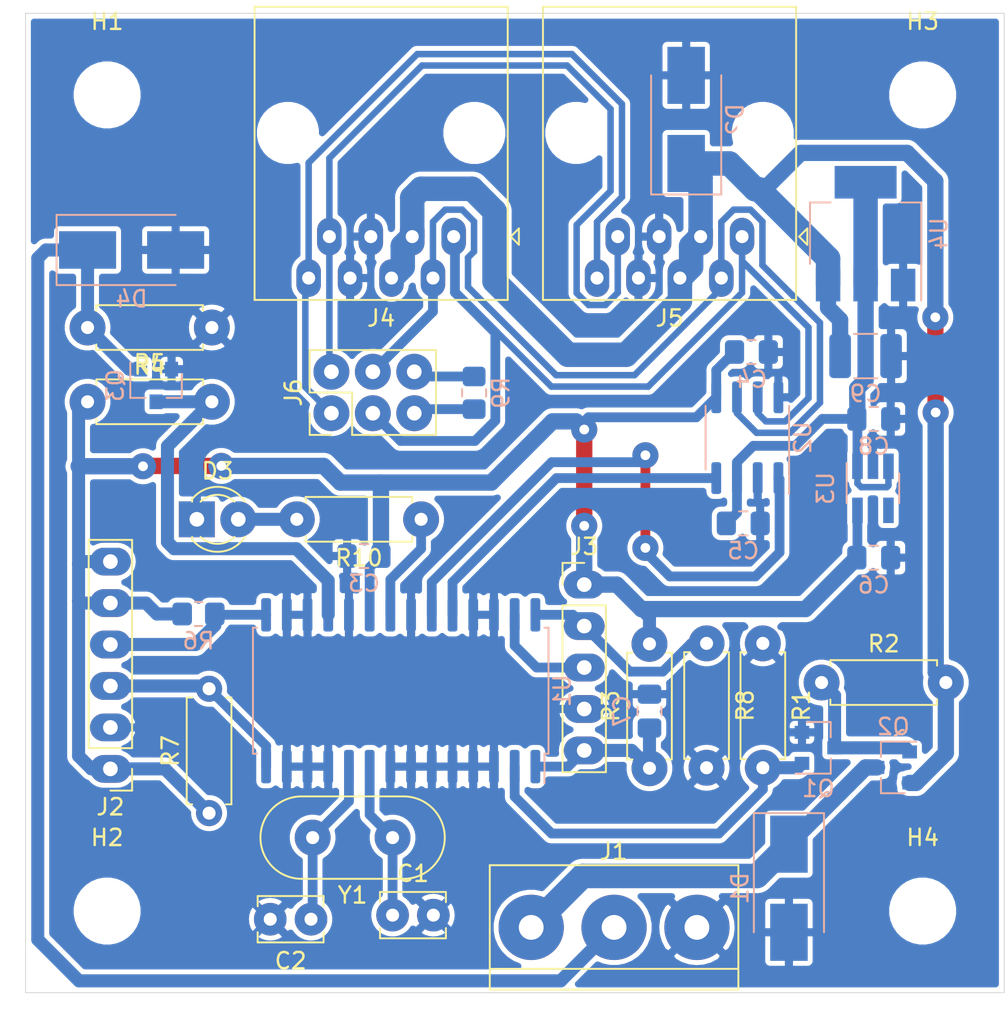
<source format=kicad_pcb>
(kicad_pcb (version 20171130) (host pcbnew 5.1.10)
  (layers (0 F.Cu jumper) (31 B.Cu signal) (34 B.Paste user) (35 F.Paste user) (36 B.SilkS user) (37 F.SilkS user) (38 B.Mask user) (39 F.Mask user) (44 Edge.Cuts user))
  (net 0 "")
  (net 1 GND)
  (net 2 "Net-(C1-Pad1)")
  (net 3 "Net-(C2-Pad1)")
  (net 4 +3V3)
  (net 5 +5V)
  (net 6 /MCLR)
  (net 7 +12V)
  (net 8 "Net-(D1-Pad1)")
  (net 9 /SDA)
  (net 10 /SCL)
  (net 11 /PGC)
  (net 12 /PGD)
  (net 13 "Net-(J4-Pad8)")
  (net 14 "Net-(J4-Pad7)")
  (net 15 /CANL)
  (net 16 /CANH)
  (net 17 "Net-(J6-Pad6)")
  (net 18 "Net-(J6-Pad5)")
  (net 19 "Net-(Q1-Pad3)")
  (net 20 /12V_ON)
  (net 21 "Net-(Q3-Pad3)")
  (net 22 /CANRX)
  (net 23 /CANTX)
  (net 24 "Net-(D3-Pad2)")
  (net 25 "Net-(R10-Pad1)")
  (net 26 "Net-(D4-Pad1)")
  (net 27 "Net-(U3-Pad4)")
  (module Capacitor_SMD:C_0805_2012Metric_Pad1.18x1.45mm_HandSolder (layer B.Cu) (at 144.5 80.75)
    (fp_text reference C4 (at 0 1.68) (layer B.SilkS) (effects (justify mirror)))
    (fp_text value 100nF)
    (pad 2 smd roundrect (at 1.0375 0) (size 1.175 1.45) (layers B.Cu B.Paste B.Mask) (roundrect_rratio 0.212766) (net 1 GND))
    (pad 1 smd roundrect (at -1.0375 0) (size 1.175 1.45) (layers B.Cu B.Paste B.Mask) (roundrect_rratio 0.212766) (net 4 +3V3))
  )
  (module Package_SO:SOIC-28W_7.5x17.9mm_P1.27mm (layer B.Cu) (at 123 101.5 90)
    (fp_text reference U1 (at 0 9.9 90) (layer B.SilkS) (effects (justify mirror)))
    (fp_text value PIC18F27Q84_ISS)
    (pad 28 smd roundrect (at 4.65 8.255 90) (size 2.05 0.6) (layers B.Cu B.Paste B.Mask) (net 12 /PGD))
    (pad 27 smd roundrect (at 4.65 6.985 90) (size 2.05 0.6) (layers B.Cu B.Paste B.Mask) (net 11 /PGC))
    (pad 26 smd roundrect (at 4.65 5.715 90) (size 2.05 0.6) (layers B.Cu B.Paste B.Mask) (net 1 GND))
    (pad 25 smd roundrect (at 4.65 4.445 90) (size 2.05 0.6) (layers B.Cu B.Paste B.Mask) (net 1 GND))
    (pad 24 smd roundrect (at 4.65 3.175 90) (size 2.05 0.6) (layers B.Cu B.Paste B.Mask) (net 22 /CANRX))
    (pad 23 smd roundrect (at 4.65 1.905 90) (size 2.05 0.6) (layers B.Cu B.Paste B.Mask) (net 23 /CANTX))
    (pad 22 smd roundrect (at 4.65 0.635 90) (size 2.05 0.6) (layers B.Cu B.Paste B.Mask) (net 1 GND))
    (pad 21 smd roundrect (at 4.65 -0.635 90) (size 2.05 0.6) (layers B.Cu B.Paste B.Mask) (net 25 "Net-(R10-Pad1)"))
    (pad 20 smd roundrect (at 4.65 -1.905 90) (size 2.05 0.6) (layers B.Cu B.Paste B.Mask) (net 4 +3V3))
    (pad 19 smd roundrect (at 4.65 -3.175 90) (size 2.05 0.6) (layers B.Cu B.Paste B.Mask) (net 1 GND))
    (pad 18 smd roundrect (at 4.65 -4.445 90) (size 2.05 0.6) (layers B.Cu B.Paste B.Mask) (net 21 "Net-(Q3-Pad3)"))
    (pad 17 smd roundrect (at 4.65 -5.715 90) (size 2.05 0.6) (layers B.Cu B.Paste B.Mask) (net 1 GND))
    (pad 16 smd roundrect (at 4.65 -6.985 90) (size 2.05 0.6) (layers B.Cu B.Paste B.Mask) (net 1 GND))
    (pad 15 smd roundrect (at 4.65 -8.255 90) (size 2.05 0.6) (layers B.Cu B.Paste B.Mask) (net 9 /SDA))
    (pad 14 smd roundrect (at -4.65 -8.255 90) (size 2.05 0.6) (layers B.Cu B.Paste B.Mask) (net 10 /SCL))
    (pad 13 smd roundrect (at -4.65 -6.985 90) (size 2.05 0.6) (layers B.Cu B.Paste B.Mask) (net 1 GND))
    (pad 12 smd roundrect (at -4.65 -5.715 90) (size 2.05 0.6) (layers B.Cu B.Paste B.Mask) (net 1 GND))
    (pad 11 smd roundrect (at -4.65 -4.445 90) (size 2.05 0.6) (layers B.Cu B.Paste B.Mask) (net 1 GND))
    (pad 10 smd roundrect (at -4.65 -3.175 90) (size 2.05 0.6) (layers B.Cu B.Paste B.Mask) (net 3 "Net-(C2-Pad1)"))
    (pad 9 smd roundrect (at -4.65 -1.905 90) (size 2.05 0.6) (layers B.Cu B.Paste B.Mask) (net 2 "Net-(C1-Pad1)"))
    (pad 8 smd roundrect (at -4.65 -0.635 90) (size 2.05 0.6) (layers B.Cu B.Paste B.Mask) (net 1 GND))
    (pad 7 smd roundrect (at -4.65 0.635 90) (size 2.05 0.6) (layers B.Cu B.Paste B.Mask) (net 1 GND))
    (pad 6 smd roundrect (at -4.65 1.905 90) (size 2.05 0.6) (layers B.Cu B.Paste B.Mask) (net 1 GND))
    (pad 5 smd roundrect (at -4.65 3.175 90) (size 2.05 0.6) (layers B.Cu B.Paste B.Mask) (net 1 GND))
    (pad 4 smd roundrect (at -4.65 4.445 90) (size 2.05 0.6) (layers B.Cu B.Paste B.Mask) (net 1 GND))
    (pad 3 smd roundrect (at -4.65 5.715 90) (size 2.05 0.6) (layers B.Cu B.Paste B.Mask) (net 1 GND))
    (pad 2 smd roundrect (at -4.65 6.985 90) (size 2.05 0.6) (layers B.Cu B.Paste B.Mask) (net 20 /12V_ON))
    (pad 1 smd roundrect (at -4.65 8.255 90) (size 2.05 0.6) (layers B.Cu B.Paste B.Mask) (net 6 /MCLR))
  )
  (module Diode_SMD:D_SMB_Handsoldering (layer B.Cu) (at 140.5 66.5 90)
    (fp_text reference D2 (at 0 3 90) (layer B.SilkS) (effects (justify mirror)))
    (fp_text value SMBJ16A)
    (pad 2 smd rect (at 2.7 0 90) (size 3.5 2.3) (layers B.Cu B.Paste B.Mask) (net 1 GND))
    (pad 1 smd rect (at -2.7 0 90) (size 3.5 2.3) (layers B.Cu B.Paste B.Mask) (net 7 +12V))
  )
  (module Resistor_THT:R_Axial_DIN0207_L6.3mm_D2.5mm_P7.62mm_Horizontal (layer F.Cu) (at 111.25 109 90)
    (fp_text reference R7 (at 3.81 -2.37 90) (layer F.SilkS))
    (fp_text value 4K7)
    (pad 2 thru_hole oval (at 7.62 0 90) (size 1.6 1.6) (drill 0.8) (layers *.Cu *.Mask) (net 10 /SCL))
    (pad 1 thru_hole circle (at 0 0 90) (size 1.6 1.6) (drill 0.8) (layers *.Cu *.Mask) (net 4 +3V3))
  )
  (module Resistor_THT:R_Axial_DIN0207_L6.3mm_D2.5mm_P7.62mm_Horizontal (layer F.Cu) (at 148.8 101)
    (fp_text reference R2 (at 3.81 -2.37) (layer F.SilkS))
    (fp_text value 10K)
    (pad 2 thru_hole circle (at 7.62 0) (size 2.2 2.2) (drill 0.8) (layers *.Cu *.Mask) (net 7 +12V))
    (pad 1 thru_hole circle (at 0 0) (size 2.2 2.2) (drill 0.8) (layers *.Cu *.Mask) (net 19 "Net-(Q1-Pad3)"))
  )
  (module Package_TO_SOT_SMD:SOT-223-3_TabPin2 (layer B.Cu) (at 151.5 73.5 90)
    (fp_text reference U4 (at 0 4.5 90) (layer B.SilkS) (effects (justify mirror)))
    (fp_text value LDL1117S50)
    (pad 1 smd rect (at -3.15 2.3 90) (size 2 1.5) (layers B.Cu B.Paste B.Mask) (net 1 GND))
    (pad 3 smd rect (at -3.15 -2.3 90) (size 2 1.5) (layers B.Cu B.Paste B.Mask) (net 7 +12V))
    (pad 2 smd rect (at -3.15 0 90) (size 2 1.5) (layers B.Cu B.Paste B.Mask) (net 5 +5V))
    (pad 2 smd rect (at 3.15 0 90) (size 2 3.8) (layers B.Cu B.Paste B.Mask) (net 5 +5V))
  )
  (module Connector_PinHeader_2.54mm:PinHeader_1x06_P2.54mm_Vertical (layer F.Cu) (at 105.2 106.29 180)
    (fp_text reference J2 (at 0 -2.33) (layer F.SilkS))
    (fp_text value Conn_01x06_Male)
    (pad 6 thru_hole oval (at 0 12.7 180) (size 2.5 1.7) (drill 0.9) (layers *.Cu *.Mask) (net 4 +3V3))
    (pad 5 thru_hole oval (at 0 10.16 180) (size 2.5 1.7) (drill 0.9) (layers *.Cu *.Mask) (net 4 +3V3))
    (pad 4 thru_hole oval (at 0 7.62 180) (size 2.5 1.7) (drill 0.9) (layers *.Cu *.Mask) (net 9 /SDA))
    (pad 3 thru_hole oval (at 0 5.08 180) (size 2.5 1.7) (drill 0.9) (layers *.Cu *.Mask) (net 10 /SCL))
    (pad 2 thru_hole oval (at 0 2.54 180) (size 2.5 1.7) (drill 0.9) (layers *.Cu *.Mask) (net 1 GND))
    (pad 1 thru_hole oval (at 0 0 180) (size 2.5 1.7) (drill 0.9) (layers *.Cu *.Mask) (net 4 +3V3))
  )
  (module Diode_SMD:D_SMB_Handsoldering (layer B.Cu) (at 106.5 74.5)
    (fp_text reference D4 (at 0 3) (layer B.SilkS) (effects (justify mirror)))
    (fp_text value SMBJ16A)
    (pad 2 smd rect (at 2.7 0) (size 3.5 2.3) (layers B.Cu B.Paste B.Mask) (net 1 GND))
    (pad 1 smd rect (at -2.7 0) (size 3.5 2.3) (layers B.Cu B.Paste B.Mask) (net 26 "Net-(D4-Pad1)"))
  )
  (module Resistor_THT:R_Axial_DIN0207_L6.3mm_D2.5mm_P7.62mm_Horizontal (layer F.Cu) (at 141.75 98.6 270)
    (fp_text reference R8 (at 3.81 -2.37 90) (layer F.SilkS))
    (fp_text value 10K)
    (pad 2 thru_hole circle (at 7.62 0 270) (size 2.2 2.2) (drill 0.8) (layers *.Cu *.Mask) (net 1 GND))
    (pad 1 thru_hole circle (at 0 0 270) (size 2.2 2.2) (drill 0.8) (layers *.Cu *.Mask) (net 12 /PGD))
  )
  (module Connector_RJ:RJ45_Amphenol_54602-x08_Horizontal (layer F.Cu) (at 143.925 73.68 180)
    (fp_text reference J5 (at 4.445 -5) (layer F.SilkS))
    (fp_text value RJ45)
    (pad 8 thru_hole oval (at 8.89 -2.54 180) (size 1.5 2.3) (drill 0.8) (layers *.Cu *.Mask) (net 13 "Net-(J4-Pad8)"))
    (pad 7 thru_hole oval (at 7.62 0 180) (size 1.5 2.3) (drill 0.8) (layers *.Cu *.Mask) (net 14 "Net-(J4-Pad7)"))
    (pad 6 thru_hole oval (at 6.35 -2.54 180) (size 1.5 2.3) (drill 0.8) (layers *.Cu *.Mask) (net 1 GND))
    (pad 5 thru_hole oval (at 5.08 0 180) (size 1.5 2.3) (drill 0.8) (layers *.Cu *.Mask) (net 1 GND))
    (pad 4 thru_hole oval (at 3.81 -2.54 180) (size 1.5 2.3) (drill 0.8) (layers *.Cu *.Mask) (net 7 +12V))
    (pad 3 thru_hole oval (at 2.54 0 180) (size 1.5 2.3) (drill 0.8) (layers *.Cu *.Mask) (net 7 +12V))
    (pad 2 thru_hole oval (at 1.27 -2.54 180) (size 1.5 2.3) (drill 0.8) (layers *.Cu *.Mask) (net 15 /CANL))
    (pad 1 thru_hole oval (at 0 0 180) (size 1.5 2.3) (drill 0.8) (layers *.Cu *.Mask) (net 16 /CANH))
    (pad "" np_thru_hole circle (at -1.27 6.35 180) (size 3.2 3.2) (drill 3.2) (layers *.Cu *.Mask))
    (pad "" np_thru_hole circle (at 10.16 6.35 180) (size 3.2 3.2) (drill 3.2) (layers *.Cu *.Mask))
  )
  (module MountingHole:MountingHole_3.5mm (layer F.Cu) (at 155 115)
    (fp_text reference H4 (at 0 -4.5) (layer F.SilkS))
    (fp_text value MountingHole)
    (pad 1 np_thru_hole circle (at 0 0) (size 3.5 3.5) (drill 3.5) (layers *.Cu *.Mask))
  )
  (module MountingHole:MountingHole_3.5mm (layer F.Cu) (at 155 65)
    (fp_text reference H3 (at 0 -4.5) (layer F.SilkS))
    (fp_text value MountingHole)
    (pad 1 np_thru_hole circle (at 0 0) (size 3.5 3.5) (drill 3.5) (layers *.Cu *.Mask))
  )
  (module MountingHole:MountingHole_3.5mm (layer F.Cu) (at 105 115)
    (fp_text reference H2 (at 0 -4.5) (layer F.SilkS))
    (fp_text value MountingHole)
    (pad 1 np_thru_hole circle (at 0 0) (size 3.5 3.5) (drill 3.5) (layers *.Cu *.Mask))
  )
  (module MountingHole:MountingHole_3.5mm (layer F.Cu) (at 105 65)
    (fp_text reference H1 (at 0 -4.5) (layer F.SilkS))
    (fp_text value MountingHole)
    (pad 1 np_thru_hole circle (at 0 0) (size 3.5 3.5) (drill 3.5) (layers *.Cu *.Mask))
  )
  (module LED_THT:LED_D3.0mm (layer F.Cu) (at 110.5 91)
    (fp_text reference D3 (at 1.27 -2.96) (layer F.SilkS))
    (fp_text value red)
    (pad 2 thru_hole circle (at 2.54 0) (size 2.2 2.2) (drill 0.9) (layers *.Cu *.Mask) (net 24 "Net-(D3-Pad2)"))
    (pad 1 thru_hole rect (at 0 0) (size 2.2 2.2) (drill 0.9) (layers *.Cu *.Mask) (net 1 GND))
  )
  (module Resistor_THT:R_Axial_DIN0207_L6.3mm_D2.5mm_P7.62mm_Horizontal (layer F.Cu) (at 124.25 91 180)
    (fp_text reference R10 (at 3.81 -2.37) (layer F.SilkS))
    (fp_text value 330)
    (pad 2 thru_hole circle (at 7.62 0 180) (size 2.2 2.2) (drill 0.8) (layers *.Cu *.Mask) (net 24 "Net-(D3-Pad2)"))
    (pad 1 thru_hole circle (at 0 0 180) (size 2.2 2.2) (drill 0.8) (layers *.Cu *.Mask) (net 25 "Net-(R10-Pad1)"))
  )
  (module Crystal:Crystal_HC18-U_Vertical (layer F.Cu) (at 122.5 110.5 180)
    (fp_text reference Y1 (at 2.45 -3.525) (layer F.SilkS))
    (fp_text value 10Mhz)
    (pad 2 thru_hole circle (at 4.9 0 180) (size 2.2 2.2) (drill 0.8) (layers *.Cu *.Mask) (net 3 "Net-(C2-Pad1)"))
    (pad 1 thru_hole circle (at 0 0 180) (size 2.2 2.2) (drill 0.8) (layers *.Cu *.Mask) (net 2 "Net-(C1-Pad1)"))
  )
  (module Package_TO_SOT_SMD:SOT-23-5_HandSoldering (layer B.Cu) (at 151.95 89.1 270)
    (fp_text reference U3 (at 0 2.9 90) (layer B.SilkS) (effects (justify mirror)))
    (fp_text value mic5504-3.3)
    (pad 5 smd rect (at 1.35 0.95 270) (size 1.56 0.65) (layers B.Cu B.Paste B.Mask) (net 4 +3V3))
    (pad 4 smd rect (at 1.35 -0.95 270) (size 1.56 0.65) (layers B.Cu B.Paste B.Mask) (net 27 "Net-(U3-Pad4)"))
    (pad 3 smd rect (at -1.35 -0.95 270) (size 1.56 0.65) (layers B.Cu B.Paste B.Mask) (net 5 +5V))
    (pad 2 smd rect (at -1.35 0 270) (size 1.56 0.65) (layers B.Cu B.Paste B.Mask) (net 1 GND))
    (pad 1 smd rect (at -1.35 0.95 270) (size 1.56 0.65) (layers B.Cu B.Paste B.Mask) (net 5 +5V))
  )
  (module Package_SO:SOIC-8_3.9x4.9mm_P1.27mm (layer B.Cu) (at 144.25 86 90)
    (fp_text reference U2 (at 0 3.4 90) (layer B.SilkS) (effects (justify mirror)))
    (fp_text value TLE9250VSJXUMA1)
    (pad 8 smd roundrect (at 2.475 1.905 90) (size 1.95 0.6) (layers B.Cu B.Paste B.Mask) (net 1 GND))
    (pad 7 smd roundrect (at 2.475 0.635 90) (size 1.95 0.6) (layers B.Cu B.Paste B.Mask) (net 16 /CANH))
    (pad 6 smd roundrect (at 2.475 -0.635 90) (size 1.95 0.6) (layers B.Cu B.Paste B.Mask) (net 15 /CANL))
    (pad 5 smd roundrect (at 2.475 -1.905 90) (size 1.95 0.6) (layers B.Cu B.Paste B.Mask) (net 4 +3V3))
    (pad 4 smd roundrect (at -2.475 -1.905 90) (size 1.95 0.6) (layers B.Cu B.Paste B.Mask) (net 22 /CANRX))
    (pad 3 smd roundrect (at -2.475 -0.635 90) (size 1.95 0.6) (layers B.Cu B.Paste B.Mask) (net 5 +5V))
    (pad 2 smd roundrect (at -2.475 0.635 90) (size 1.95 0.6) (layers B.Cu B.Paste B.Mask) (net 1 GND))
    (pad 1 smd roundrect (at -2.475 1.905 90) (size 1.95 0.6) (layers B.Cu B.Paste B.Mask) (net 23 /CANTX))
  )
  (module Resistor_SMD:R_0805_2012Metric_Pad1.20x1.40mm_HandSolder (layer B.Cu) (at 127.5 83.25 90)
    (fp_text reference R9 (at 0 1.65 90) (layer B.SilkS) (effects (justify mirror)))
    (fp_text value 100)
    (pad 2 smd roundrect (at 1 0 90) (size 1.2 1.4) (layers B.Cu B.Paste B.Mask) (roundrect_rratio 0.208333) (net 17 "Net-(J6-Pad6)"))
    (pad 1 smd roundrect (at -1 0 90) (size 1.2 1.4) (layers B.Cu B.Paste B.Mask) (roundrect_rratio 0.208333) (net 18 "Net-(J6-Pad5)"))
  )
  (module Resistor_SMD:R_0805_2012Metric_Pad1.20x1.40mm_HandSolder (layer B.Cu) (at 110.6 96.8)
    (fp_text reference R6 (at 0 1.65) (layer B.SilkS) (effects (justify mirror)))
    (fp_text value 4K7)
    (pad 2 smd roundrect (at 1 0) (size 1.2 1.4) (layers B.Cu B.Paste B.Mask) (roundrect_rratio 0.208333) (net 9 /SDA))
    (pad 1 smd roundrect (at -1 0) (size 1.2 1.4) (layers B.Cu B.Paste B.Mask) (roundrect_rratio 0.208333) (net 4 +3V3))
  )
  (module Resistor_THT:R_Axial_DIN0207_L6.3mm_D2.5mm_P7.62mm_Horizontal (layer F.Cu) (at 103.8 83.8)
    (fp_text reference R5 (at 3.81 -2.37) (layer F.SilkS))
    (fp_text value 1K)
    (pad 2 thru_hole circle (at 7.62 0) (size 2.2 2.2) (drill 0.8) (layers *.Cu *.Mask) (net 21 "Net-(Q3-Pad3)"))
    (pad 1 thru_hole circle (at 0 0) (size 2.2 2.2) (drill 0.8) (layers *.Cu *.Mask) (net 4 +3V3))
  )
  (module Resistor_THT:R_Axial_DIN0207_L6.3mm_D2.5mm_P7.62mm_Horizontal (layer F.Cu) (at 111.42 79.25 180)
    (fp_text reference R4 (at 3.81 -2.37) (layer F.SilkS))
    (fp_text value 10K)
    (pad 2 thru_hole circle (at 7.62 0 180) (size 2.2 2.2) (drill 0.8) (layers *.Cu *.Mask) (net 26 "Net-(D4-Pad1)"))
    (pad 1 thru_hole circle (at 0 0 180) (size 2.2 2.2) (drill 0.8) (layers *.Cu *.Mask) (net 1 GND))
  )
  (module Resistor_THT:R_Axial_DIN0207_L6.3mm_D2.5mm_P7.62mm_Horizontal (layer F.Cu) (at 138.25 106.25 90)
    (fp_text reference R3 (at 3.81 -2.37 90) (layer F.SilkS))
    (fp_text value 10K)
    (pad 2 thru_hole circle (at 7.62 0 90) (size 2.2 2.2) (drill 0.8) (layers *.Cu *.Mask) (net 4 +3V3))
    (pad 1 thru_hole circle (at 0 0 90) (size 2.2 2.2) (drill 0.8) (layers *.Cu *.Mask) (net 6 /MCLR))
  )
  (module Resistor_THT:R_Axial_DIN0207_L6.3mm_D2.5mm_P7.62mm_Horizontal (layer F.Cu) (at 145.2 98.6 270)
    (fp_text reference R1 (at 3.81 -2.37 90) (layer F.SilkS))
    (fp_text value 10K)
    (pad 2 thru_hole circle (at 7.62 0 270) (size 2.2 2.2) (drill 0.8) (layers *.Cu *.Mask) (net 20 /12V_ON))
    (pad 1 thru_hole circle (at 0 0 270) (size 2.2 2.2) (drill 0.8) (layers *.Cu *.Mask) (net 1 GND))
  )
  (module Package_TO_SOT_SMD:SOT-23 (layer B.Cu) (at 108 82.8 270)
    (fp_text reference Q3 (at 0 2.5 90) (layer B.SilkS) (effects (justify mirror)))
    (fp_text value BSS123)
    (pad 3 smd rect (at 1 0 270) (size 0.9 0.8) (layers B.Cu B.Paste B.Mask) (net 21 "Net-(Q3-Pad3)"))
    (pad 2 smd rect (at -1 -0.95 270) (size 0.9 0.8) (layers B.Cu B.Paste B.Mask) (net 1 GND))
    (pad 1 smd rect (at -1 0.95 270) (size 0.9 0.8) (layers B.Cu B.Paste B.Mask) (net 26 "Net-(D4-Pad1)"))
  )
  (module Package_TO_SOT_SMD:SOT-23 (layer B.Cu) (at 153.2 106.2 180)
    (fp_text reference Q2 (at 0 2.5) (layer B.SilkS) (effects (justify mirror)))
    (fp_text value DMG2307L)
    (pad 3 smd rect (at 1 0 180) (size 0.9 0.8) (layers B.Cu B.Paste B.Mask) (net 8 "Net-(D1-Pad1)"))
    (pad 2 smd rect (at -1 -0.95 180) (size 0.9 0.8) (layers B.Cu B.Paste B.Mask) (net 7 +12V))
    (pad 1 smd rect (at -1 0.95 180) (size 0.9 0.8) (layers B.Cu B.Paste B.Mask) (net 19 "Net-(Q1-Pad3)"))
  )
  (module Package_TO_SOT_SMD:SOT-23 (layer B.Cu) (at 148.6 105)
    (fp_text reference Q1 (at 0 2.5) (layer B.SilkS) (effects (justify mirror)))
    (fp_text value BSS123)
    (pad 3 smd rect (at 1 0) (size 0.9 0.8) (layers B.Cu B.Paste B.Mask) (net 19 "Net-(Q1-Pad3)"))
    (pad 2 smd rect (at -1 -0.95) (size 0.9 0.8) (layers B.Cu B.Paste B.Mask) (net 1 GND))
    (pad 1 smd rect (at -1 0.95) (size 0.9 0.8) (layers B.Cu B.Paste B.Mask) (net 20 /12V_ON))
  )
  (module Connector_PinHeader_2.54mm:PinHeader_2x03_P2.54mm_Vertical (layer F.Cu) (at 118.75 84.5 90)
    (fp_text reference J6 (at 1.27 -2.33 90) (layer F.SilkS))
    (fp_text value Conn_02x03_Odd_Even)
    (pad 6 thru_hole oval (at 2.54 5.08 90) (size 2.2 2.2) (drill 0.9) (layers *.Cu *.Mask) (net 17 "Net-(J6-Pad6)"))
    (pad 5 thru_hole oval (at 0 5.08 90) (size 2.2 2.2) (drill 0.9) (layers *.Cu *.Mask) (net 18 "Net-(J6-Pad5)"))
    (pad 4 thru_hole oval (at 2.54 2.54 90) (size 2.2 2.2) (drill 0.9) (layers *.Cu *.Mask) (net 15 /CANL))
    (pad 3 thru_hole oval (at 0 2.54 90) (size 2.2 2.2) (drill 0.9) (layers *.Cu *.Mask) (net 16 /CANH))
    (pad 2 thru_hole oval (at 2.54 0 90) (size 2.2 2.2) (drill 0.9) (layers *.Cu *.Mask) (net 14 "Net-(J4-Pad7)"))
    (pad 1 thru_hole oval (at 0 0 90) (size 2.2 2.2) (drill 0.9) (layers *.Cu *.Mask) (net 13 "Net-(J4-Pad8)"))
  )
  (module Connector_RJ:RJ45_Amphenol_54602-x08_Horizontal (layer F.Cu) (at 126.245 73.68 180)
    (fp_text reference J4 (at 4.445 -5) (layer F.SilkS))
    (fp_text value RJ45)
    (pad 8 thru_hole oval (at 8.89 -2.54 180) (size 1.5 2.3) (drill 0.8) (layers *.Cu *.Mask) (net 13 "Net-(J4-Pad8)"))
    (pad 7 thru_hole oval (at 7.62 0 180) (size 1.5 2.3) (drill 0.8) (layers *.Cu *.Mask) (net 14 "Net-(J4-Pad7)"))
    (pad 6 thru_hole oval (at 6.35 -2.54 180) (size 1.5 2.3) (drill 0.8) (layers *.Cu *.Mask) (net 1 GND))
    (pad 5 thru_hole oval (at 5.08 0 180) (size 1.5 2.3) (drill 0.8) (layers *.Cu *.Mask) (net 1 GND))
    (pad 4 thru_hole oval (at 3.81 -2.54 180) (size 1.5 2.3) (drill 0.8) (layers *.Cu *.Mask) (net 7 +12V))
    (pad 3 thru_hole oval (at 2.54 0 180) (size 1.5 2.3) (drill 0.8) (layers *.Cu *.Mask) (net 7 +12V))
    (pad 2 thru_hole oval (at 1.27 -2.54 180) (size 1.5 2.3) (drill 0.8) (layers *.Cu *.Mask) (net 15 /CANL))
    (pad 1 thru_hole oval (at 0 0 180) (size 1.5 2.3) (drill 0.8) (layers *.Cu *.Mask) (net 16 /CANH))
    (pad "" np_thru_hole circle (at -1.27 6.35 180) (size 3.2 3.2) (drill 3.2) (layers *.Cu *.Mask))
    (pad "" np_thru_hole circle (at 10.16 6.35 180) (size 3.2 3.2) (drill 3.2) (layers *.Cu *.Mask))
  )
  (module Connector_PinHeader_2.54mm:PinHeader_1x05_P2.54mm_Vertical (layer F.Cu) (at 134.25 95)
    (fp_text reference J3 (at 0 -2.33) (layer F.SilkS))
    (fp_text value Conn_01x05_Male)
    (pad 5 thru_hole oval (at 0 10.16) (size 2.5 1.7) (drill 0.9) (layers *.Cu *.Mask) (net 6 /MCLR))
    (pad 4 thru_hole oval (at 0 7.62) (size 2.5 1.7) (drill 0.9) (layers *.Cu *.Mask) (net 1 GND))
    (pad 3 thru_hole oval (at 0 5.08) (size 2.5 1.7) (drill 0.9) (layers *.Cu *.Mask) (net 11 /PGC))
    (pad 2 thru_hole oval (at 0 2.54) (size 2.5 1.7) (drill 0.9) (layers *.Cu *.Mask) (net 12 /PGD))
    (pad 1 thru_hole oval (at 0 0) (size 2.5 1.7) (drill 0.9) (layers *.Cu *.Mask) (net 4 +3V3))
  )
  (module TerminalBlock:TerminalBlock_bornier-3_P5.08mm (layer F.Cu) (at 131 116)
    (fp_text reference J1 (at 5.05 -4.65) (layer F.SilkS))
    (fp_text value "NMEA0183 (wind)")
    (pad 3 thru_hole circle (at 10.16 0) (size 4 4) (drill 1.52) (layers *.Cu *.Mask) (net 1 GND))
    (pad 2 thru_hole circle (at 5.08 0) (size 4 4) (drill 1.52) (layers *.Cu *.Mask) (net 26 "Net-(D4-Pad1)"))
    (pad 1 thru_hole circle (at 0 0) (size 4 4) (drill 1.52) (layers *.Cu *.Mask) (net 8 "Net-(D1-Pad1)"))
  )
  (module Diode_SMD:D_SMB_Handsoldering (layer B.Cu) (at 146.8 113.6 270)
    (fp_text reference D1 (at 0 3 270) (layer B.SilkS) (effects (justify mirror)))
    (fp_text value SMBJ16A)
    (pad 2 smd rect (at 2.7 0 270) (size 3.5 2.3) (layers B.Cu B.Paste B.Mask) (net 1 GND))
    (pad 1 smd rect (at -2.7 0 270) (size 3.5 2.3) (layers B.Cu B.Paste B.Mask) (net 8 "Net-(D1-Pad1)"))
  )
  (module Capacitor_SMD:C_1210_3225Metric_Pad1.33x2.70mm_HandSolder (layer B.Cu) (at 151.5 81)
    (fp_text reference C9 (at 0 2.3) (layer B.SilkS) (effects (justify mirror)))
    (fp_text value 10uF)
    (pad 2 smd roundrect (at 1.5625 0) (size 1.325 2.7) (layers B.Cu B.Paste B.Mask) (roundrect_rratio 0.188679) (net 1 GND))
    (pad 1 smd roundrect (at -1.5625 0) (size 1.325 2.7) (layers B.Cu B.Paste B.Mask) (roundrect_rratio 0.188679) (net 7 +12V))
  )
  (module Capacitor_SMD:C_0805_2012Metric_Pad1.18x1.45mm_HandSolder (layer B.Cu) (at 152 84.85)
    (fp_text reference C8 (at 0 1.68) (layer B.SilkS) (effects (justify mirror)))
    (fp_text value 1uF)
    (pad 2 smd roundrect (at 1.0375 0) (size 1.175 1.45) (layers B.Cu B.Paste B.Mask) (roundrect_rratio 0.212766) (net 1 GND))
    (pad 1 smd roundrect (at -1.0375 0) (size 1.175 1.45) (layers B.Cu B.Paste B.Mask) (roundrect_rratio 0.212766) (net 5 +5V))
  )
  (module Capacitor_SMD:C_0805_2012Metric_Pad1.18x1.45mm_HandSolder (layer B.Cu) (at 138.25 102.75 270)
    (fp_text reference C7 (at 0 1.68 270) (layer B.SilkS) (effects (justify mirror)))
    (fp_text value 100nF)
    (pad 2 smd roundrect (at 1.0375 0 270) (size 1.175 1.45) (layers B.Cu B.Paste B.Mask) (roundrect_rratio 0.212766) (net 6 /MCLR))
    (pad 1 smd roundrect (at -1.0375 0 270) (size 1.175 1.45) (layers B.Cu B.Paste B.Mask) (roundrect_rratio 0.212766) (net 1 GND))
  )
  (module Capacitor_SMD:C_0805_2012Metric_Pad1.18x1.45mm_HandSolder (layer B.Cu) (at 152 93.35)
    (fp_text reference C6 (at 0 1.68) (layer B.SilkS) (effects (justify mirror)))
    (fp_text value 1uF)
    (pad 2 smd roundrect (at 1.0375 0) (size 1.175 1.45) (layers B.Cu B.Paste B.Mask) (roundrect_rratio 0.212766) (net 1 GND))
    (pad 1 smd roundrect (at -1.0375 0) (size 1.175 1.45) (layers B.Cu B.Paste B.Mask) (roundrect_rratio 0.212766) (net 4 +3V3))
  )
  (module Capacitor_SMD:C_0805_2012Metric_Pad1.18x1.45mm_HandSolder (layer B.Cu) (at 144 91.25)
    (fp_text reference C5 (at 0 1.68) (layer B.SilkS) (effects (justify mirror)))
    (fp_text value 100nF)
    (pad 2 smd roundrect (at 1.0375 0) (size 1.175 1.45) (layers B.Cu B.Paste B.Mask) (roundrect_rratio 0.212766) (net 1 GND))
    (pad 1 smd roundrect (at -1.0375 0) (size 1.175 1.45) (layers B.Cu B.Paste B.Mask) (roundrect_rratio 0.212766) (net 5 +5V))
  )
  (module Capacitor_SMD:C_0805_2012Metric_Pad1.18x1.45mm_HandSolder (layer B.Cu) (at 120.75 93.25)
    (fp_text reference C3 (at 0 1.68) (layer B.SilkS) (effects (justify mirror)))
    (fp_text value 100nF)
    (pad 2 smd roundrect (at 1.0375 0) (size 1.175 1.45) (layers B.Cu B.Paste B.Mask) (roundrect_rratio 0.212766) (net 4 +3V3))
    (pad 1 smd roundrect (at -1.0375 0) (size 1.175 1.45) (layers B.Cu B.Paste B.Mask) (roundrect_rratio 0.212766) (net 1 GND))
  )
  (module Capacitor_THT:C_Disc_D3.8mm_W2.6mm_P2.50mm (layer F.Cu) (at 117.5 115.5 180)
    (fp_text reference C2 (at 1.25 -2.55) (layer F.SilkS))
    (fp_text value 22pF)
    (pad 2 thru_hole circle (at 2.5 0 180) (size 2 2) (drill 0.8) (layers *.Cu *.Mask) (net 1 GND))
    (pad 1 thru_hole circle (at 0 0 180) (size 2 2) (drill 0.8) (layers *.Cu *.Mask) (net 3 "Net-(C2-Pad1)"))
  )
  (module Capacitor_THT:C_Disc_D3.8mm_W2.6mm_P2.50mm (layer F.Cu) (at 122.5 115.25)
    (fp_text reference C1 (at 1.25 -2.55) (layer F.SilkS))
    (fp_text value 22pF)
    (pad 2 thru_hole circle (at 2.5 0) (size 2 2) (drill 0.8) (layers *.Cu *.Mask) (net 1 GND))
    (pad 1 thru_hole circle (at 0 0) (size 2 2) (drill 0.8) (layers *.Cu *.Mask) (net 2 "Net-(C1-Pad1)"))
  )
  (gr_line (start 100 120) (end 100 60) (layer Edge.Cuts) (width 0.05))
  (gr_line (start 160 120) (end 100 120) (layer Edge.Cuts) (width 0.05))
  (gr_line (start 160 60) (end 160 120) (layer Edge.Cuts) (width 0.05))
  (gr_line (start 100 60) (end 160 60) (layer Edge.Cuts) (width 0.05))
  (segment (start 121.095 109.095) (end 122.5 110.5) (width 0.6) (layer B.Cu) (net 2))
  (segment (start 121.095 106.15) (end 121.095 109.095) (width 0.6) (layer B.Cu) (net 2))
  (segment (start 122.5 110.5) (end 122.5 115.25) (width 0.6) (layer B.Cu) (net 2))
  (segment (start 119.825 108.275) (end 117.6 110.5) (width 0.6) (layer B.Cu) (net 3))
  (segment (start 119.825 106.15) (end 119.825 108.275) (width 0.6) (layer B.Cu) (net 3))
  (segment (start 117.6 115.4) (end 117.5 115.5) (width 0.6) (layer B.Cu) (net 3))
  (segment (start 117.6 110.5) (end 117.6 115.4) (width 0.6) (layer B.Cu) (net 3))
  (segment (start 151 93.3125) (end 150.9625 93.35) (width 0.6) (layer B.Cu) (net 4))
  (segment (start 151 90.45) (end 151 93.3125) (width 0.6) (layer B.Cu) (net 4))
  (segment (start 121.095 93.9425) (end 121.7875 93.25) (width 0.6) (layer B.Cu) (net 4))
  (segment (start 121.095 96.85) (end 121.095 93.9425) (width 0.6) (layer B.Cu) (net 4))
  (segment (start 142.345 83.525) (end 141.12 84.75) (width 0.6) (layer B.Cu) (net 4))
  (via (at 134.25 91.4) (size 1.6) (drill 0.6) (layers F.Cu B.Cu) (net 4))
  (segment (start 134.25 95) (end 134.25 91.4) (width 1) (layer B.Cu) (net 4))
  (via (at 134.25 85.5) (size 1.6) (drill 0.6) (layers F.Cu B.Cu) (net 4))
  (segment (start 134.25 91.4) (end 134.25 85.5) (width 1) (layer F.Cu) (net 4))
  (segment (start 134.25 85.5) (end 134.25 85.25) (width 1) (layer B.Cu) (net 4))
  (segment (start 134.25 85) (end 134.5 84.75) (width 0.6) (layer B.Cu) (net 4))
  (segment (start 134.25 85.5) (end 134.25 85) (width 0.6) (layer B.Cu) (net 4))
  (segment (start 141.12 84.75) (end 134.5 84.75) (width 0.6) (layer B.Cu) (net 4))
  (segment (start 136.25 95) (end 134.25 95) (width 1) (layer B.Cu) (net 4))
  (segment (start 137.75 96.5) (end 136.25 95) (width 1) (layer B.Cu) (net 4))
  (segment (start 150.9625 93.35) (end 150.9625 93.3875) (width 1) (layer B.Cu) (net 4))
  (segment (start 138.25 97) (end 137.75 96.5) (width 0.8) (layer B.Cu) (net 4))
  (segment (start 138.25 98.63) (end 138.25 97) (width 0.8) (layer B.Cu) (net 4))
  (segment (start 147.8125 96.5) (end 150.9625 93.35) (width 1) (layer B.Cu) (net 4))
  (segment (start 137.75 96.5) (end 147.8125 96.5) (width 1) (layer B.Cu) (net 4))
  (segment (start 104.04 106.29) (end 105.2 106.29) (width 0.8) (layer B.Cu) (net 4))
  (segment (start 103.25 105.5) (end 104.04 106.29) (width 0.8) (layer B.Cu) (net 4))
  (segment (start 103.8 83.8) (end 103.25 84.35) (width 0.8) (layer B.Cu) (net 4))
  (segment (start 103.41 93.59) (end 103.25 93.75) (width 0.8) (layer B.Cu) (net 4))
  (segment (start 105.2 93.59) (end 103.41 93.59) (width 0.8) (layer B.Cu) (net 4))
  (segment (start 103.25 87.75) (end 103.25 93.75) (width 0.8) (layer B.Cu) (net 4))
  (segment (start 103.38 96.13) (end 103.25 96) (width 0.8) (layer B.Cu) (net 4))
  (segment (start 105.2 96.13) (end 103.38 96.13) (width 0.8) (layer B.Cu) (net 4))
  (segment (start 103.25 93.75) (end 103.25 96) (width 0.8) (layer B.Cu) (net 4))
  (segment (start 103.25 96) (end 103.25 105.5) (width 0.8) (layer B.Cu) (net 4))
  (segment (start 105.2 96.13) (end 107.38 96.13) (width 0.8) (layer B.Cu) (net 4))
  (segment (start 108.05 96.8) (end 109.6 96.8) (width 0.8) (layer B.Cu) (net 4))
  (segment (start 107.38 96.13) (end 108.05 96.8) (width 0.8) (layer B.Cu) (net 4))
  (via (at 112 87.730305) (size 1.6) (drill 0.6) (layers F.Cu B.Cu) (net 4))
  (via (at 107.199999 87.75) (size 1.6) (drill 0.6) (layers F.Cu B.Cu) (net 4))
  (segment (start 112 87.730305) (end 107.219694 87.730305) (width 1) (layer F.Cu) (net 4))
  (segment (start 107.219694 87.730305) (end 107.199999 87.75) (width 1) (layer F.Cu) (net 4))
  (segment (start 107.199999 87.75) (end 103.25 87.75) (width 1) (layer B.Cu) (net 4))
  (segment (start 103.25 84.35) (end 103.25 87.75) (width 0.8) (layer B.Cu) (net 4))
  (segment (start 118.277377 87.730305) (end 112 87.730305) (width 1) (layer B.Cu) (net 4))
  (segment (start 119.297072 88.75) (end 118.277377 87.730305) (width 1) (layer B.Cu) (net 4))
  (segment (start 132.305649 85) (end 128.555649 88.75) (width 1) (layer B.Cu) (net 4))
  (segment (start 134.25 85.5) (end 133.75 85) (width 1) (layer B.Cu) (net 4))
  (segment (start 133.75 85) (end 132.305649 85) (width 1) (layer B.Cu) (net 4))
  (segment (start 121.7875 88.7875) (end 121.75 88.75) (width 1) (layer B.Cu) (net 4))
  (segment (start 121.7875 93.25) (end 121.7875 88.7875) (width 1) (layer B.Cu) (net 4))
  (segment (start 128.555649 88.75) (end 121.75 88.75) (width 1) (layer B.Cu) (net 4))
  (segment (start 121.75 88.75) (end 119.297072 88.75) (width 1) (layer B.Cu) (net 4))
  (segment (start 108.54 106.29) (end 111.25 109) (width 0.8) (layer B.Cu) (net 4))
  (segment (start 105.2 106.29) (end 108.54 106.29) (width 0.8) (layer B.Cu) (net 4))
  (segment (start 142.345 81.8675) (end 143.4625 80.75) (width 0.6) (layer B.Cu) (net 4))
  (segment (start 142.345 83.525) (end 142.345 81.8675) (width 0.6) (layer B.Cu) (net 4))
  (segment (start 151 84.8875) (end 150.9625 84.85) (width 0.6) (layer B.Cu) (net 5))
  (segment (start 151 87.75) (end 151 84.8875) (width 0.6) (layer B.Cu) (net 5))
  (segment (start 151 88.805002) (end 151 87.75) (width 0.4) (layer B.Cu) (net 5))
  (segment (start 151.224999 89.030001) (end 151 88.805002) (width 0.4) (layer B.Cu) (net 5))
  (segment (start 152.799999 89.030001) (end 151.224999 89.030001) (width 0.4) (layer B.Cu) (net 5))
  (segment (start 152.9 88.93) (end 152.799999 89.030001) (width 0.4) (layer B.Cu) (net 5))
  (segment (start 152.9 87.75) (end 152.9 88.93) (width 0.4) (layer B.Cu) (net 5))
  (segment (start 144.61497 86.50003) (end 147.195573 86.50003) (width 0.6) (layer B.Cu) (net 5))
  (segment (start 143.615 88.475) (end 143.615 87.5) (width 0.6) (layer B.Cu) (net 5))
  (segment (start 143.615 87.5) (end 144.61497 86.50003) (width 0.6) (layer B.Cu) (net 5))
  (segment (start 143.615 90.5975) (end 142.9625 91.25) (width 0.6) (layer B.Cu) (net 5))
  (segment (start 143.615 88.475) (end 143.615 90.5975) (width 0.6) (layer B.Cu) (net 5))
  (segment (start 148.845603 84.85) (end 147.195573 86.50003) (width 0.6) (layer B.Cu) (net 5))
  (segment (start 150.9625 84.85) (end 148.845603 84.85) (width 0.6) (layer B.Cu) (net 5))
  (segment (start 151.5 76.65) (end 151.5 70.35) (width 1.5) (layer B.Cu) (net 5))
  (segment (start 150.983696 82.983696) (end 151 84.75) (width 1) (layer B.Cu) (net 5))
  (segment (start 151.5 76.65) (end 151.5 82.467392) (width 1) (layer B.Cu) (net 5))
  (segment (start 151.5 82.467392) (end 150.983696 82.983696) (width 1) (layer B.Cu) (net 5))
  (segment (start 133.26 106.15) (end 134.25 105.16) (width 0.6) (layer B.Cu) (net 6))
  (segment (start 131.255 106.15) (end 133.26 106.15) (width 0.6) (layer B.Cu) (net 6))
  (segment (start 137.16 105.16) (end 138.25 106.25) (width 0.8) (layer B.Cu) (net 6))
  (segment (start 134.25 105.16) (end 137.16 105.16) (width 0.8) (layer B.Cu) (net 6))
  (segment (start 138.25 103.7875) (end 138.25 106.25) (width 0.8) (layer B.Cu) (net 6))
  (segment (start 123.12499 75.53001) (end 122.435 76.22) (width 1.5) (layer B.Cu) (net 7))
  (segment (start 123.12499 74.26001) (end 123.12499 75.53001) (width 1.5) (layer B.Cu) (net 7))
  (segment (start 123.705 73.68) (end 123.12499 74.26001) (width 1.5) (layer B.Cu) (net 7))
  (segment (start 140.80499 75.53001) (end 140.115 76.22) (width 1.5) (layer B.Cu) (net 7))
  (segment (start 140.80499 74.26001) (end 140.80499 75.53001) (width 1.5) (layer B.Cu) (net 7))
  (segment (start 141.385 73.68) (end 140.80499 74.26001) (width 1.5) (layer B.Cu) (net 7))
  (segment (start 141.385 70.085) (end 140.5 69.2) (width 1.5) (layer B.Cu) (net 7))
  (segment (start 141.385 73.68) (end 141.385 70.085) (width 1.5) (layer B.Cu) (net 7))
  (segment (start 140.115 77.62116) (end 140.115 76.22) (width 1.5) (layer B.Cu) (net 7))
  (segment (start 136.816131 80.920029) (end 140.115 77.62116) (width 1.5) (layer B.Cu) (net 7))
  (segment (start 133.25387 80.92003) (end 136.816131 80.920029) (width 1.5) (layer B.Cu) (net 7))
  (segment (start 123.705 71.295) (end 124.25 70.75) (width 1.5) (layer B.Cu) (net 7))
  (segment (start 123.705 73.68) (end 123.705 71.295) (width 1.5) (layer B.Cu) (net 7))
  (segment (start 124.25 70.75) (end 127.3722 70.75) (width 1.5) (layer B.Cu) (net 7))
  (segment (start 127.3722 70.75) (end 128.75 72.1278) (width 1.5) (layer B.Cu) (net 7))
  (segment (start 128.75 72.1278) (end 128.75 76.41616) (width 1.5) (layer B.Cu) (net 7))
  (segment (start 128.75 76.41616) (end 133.25387 80.92003) (width 1.5) (layer B.Cu) (net 7))
  (segment (start 143.15 69.2) (end 140.5 69.2) (width 1.5) (layer B.Cu) (net 7))
  (segment (start 144.729979 70.779979) (end 143.15 69.2) (width 1.5) (layer B.Cu) (net 7))
  (segment (start 144.960542 70.779979) (end 144.729979 70.779979) (width 1.5) (layer B.Cu) (net 7))
  (via (at 155.774979 78.625021) (size 1.6) (drill 0.6) (layers F.Cu B.Cu) (net 7))
  (segment (start 156.42 105.320002) (end 156.42 101) (width 1) (layer B.Cu) (net 7))
  (segment (start 154.590002 107.15) (end 156.42 105.320002) (width 1) (layer B.Cu) (net 7))
  (segment (start 154.2 107.15) (end 154.590002 107.15) (width 1) (layer B.Cu) (net 7))
  (segment (start 155.774979 78.625021) (end 155.795308 84.454692) (width 1) (layer F.Cu) (net 7))
  (segment (start 155.8 100.38) (end 156.42 101) (width 1) (layer B.Cu) (net 7))
  (segment (start 155.795308 84.454692) (end 155.8 100.38) (width 1) (layer B.Cu) (net 7))
  (via (at 155.795308 84.454692) (size 1.6) (drill 0.6) (layers F.Cu B.Cu) (net 7))
  (segment (start 149.2 75.019437) (end 144.960542 70.779979) (width 1.5) (layer B.Cu) (net 7))
  (segment (start 149.2 76.65) (end 149.2 75.019437) (width 1.5) (layer B.Cu) (net 7))
  (segment (start 145.297023 70.779979) (end 144.960542 70.779979) (width 1) (layer B.Cu) (net 7))
  (segment (start 147.527003 68.549999) (end 145.297023 70.779979) (width 1) (layer B.Cu) (net 7))
  (segment (start 154.040001 68.549999) (end 147.527003 68.549999) (width 1) (layer B.Cu) (net 7))
  (segment (start 155.774979 70.284977) (end 154.040001 68.549999) (width 1) (layer B.Cu) (net 7))
  (segment (start 155.774979 78.625021) (end 155.774979 70.284977) (width 1) (layer B.Cu) (net 7))
  (segment (start 149.9375 80) (end 149.937499 78.783308) (width 1) (layer B.Cu) (net 7))
  (segment (start 149.2 78.045809) (end 149.2 76.65) (width 1) (layer B.Cu) (net 7))
  (segment (start 149.937499 78.783308) (end 149.2 78.045809) (width 1) (layer B.Cu) (net 7))
  (segment (start 151.5 106.2) (end 146.8 110.9) (width 1) (layer B.Cu) (net 8))
  (segment (start 152.2 106.2) (end 151.5 106.2) (width 1) (layer B.Cu) (net 8))
  (segment (start 146.8 110.9) (end 144.849989 112.850011) (width 1.5) (layer B.Cu) (net 8))
  (segment (start 134.149989 112.850011) (end 131 116) (width 1.5) (layer B.Cu) (net 8))
  (segment (start 144.849989 112.850011) (end 134.149989 112.850011) (width 1.5) (layer B.Cu) (net 8))
  (segment (start 111.65 96.85) (end 111.6 96.8) (width 0.6) (layer B.Cu) (net 9))
  (segment (start 114.745 96.85) (end 111.65 96.85) (width 0.6) (layer B.Cu) (net 9))
  (segment (start 111.6 97.5) (end 111.6 96.8) (width 0.8) (layer B.Cu) (net 9))
  (segment (start 110.43 98.67) (end 111.6 97.5) (width 0.8) (layer B.Cu) (net 9))
  (segment (start 105.2 98.67) (end 110.43 98.67) (width 0.8) (layer B.Cu) (net 9))
  (segment (start 111.08 101.21) (end 111.25 101.38) (width 0.8) (layer B.Cu) (net 10))
  (segment (start 105.2 101.21) (end 111.08 101.21) (width 0.8) (layer B.Cu) (net 10))
  (segment (start 114.745 104.875) (end 111.25 101.38) (width 0.6) (layer B.Cu) (net 10))
  (segment (start 114.745 106.15) (end 114.745 104.875) (width 0.6) (layer B.Cu) (net 10))
  (segment (start 129.985 96.85) (end 129.985 98.735) (width 0.6) (layer B.Cu) (net 11))
  (segment (start 131.33 100.08) (end 134.25 100.08) (width 0.6) (layer B.Cu) (net 11))
  (segment (start 129.985 98.735) (end 131.33 100.08) (width 0.6) (layer B.Cu) (net 11))
  (segment (start 133.56 96.85) (end 134.25 97.54) (width 0.6) (layer B.Cu) (net 12))
  (segment (start 131.255 96.85) (end 133.56 96.85) (width 0.6) (layer B.Cu) (net 12))
  (segment (start 137.040001 100.330001) (end 134.25 97.54) (width 0.6) (layer B.Cu) (net 12))
  (segment (start 139.066001 100.330001) (end 137.040001 100.330001) (width 0.6) (layer B.Cu) (net 12))
  (segment (start 140.796002 98.6) (end 139.066001 100.330001) (width 0.6) (layer B.Cu) (net 12))
  (segment (start 141.75 98.6) (end 140.796002 98.6) (width 0.6) (layer B.Cu) (net 12))
  (segment (start 117.149999 82.899999) (end 118.75 84.5) (width 0.4) (layer B.Cu) (net 13))
  (segment (start 117.149999 76.425001) (end 117.149999 82.899999) (width 0.4) (layer B.Cu) (net 13))
  (segment (start 117.355 76.22) (end 117.149999 76.425001) (width 0.4) (layer B.Cu) (net 13))
  (segment (start 117.355 69.155035) (end 117.355 76.22) (width 0.4) (layer B.Cu) (net 13))
  (segment (start 135.035 72.782219) (end 136.565011 71.252208) (width 0.4) (layer B.Cu) (net 13))
  (segment (start 135.035 76.22) (end 135.035 72.782219) (width 0.4) (layer B.Cu) (net 13))
  (segment (start 136.565011 71.252208) (end 136.565011 65.565011) (width 0.4) (layer B.Cu) (net 13))
  (segment (start 136.565011 65.565011) (end 133.5 62.5) (width 0.4) (layer B.Cu) (net 13))
  (segment (start 133.5 62.5) (end 124.010035 62.5) (width 0.4) (layer B.Cu) (net 13))
  (segment (start 124.010035 62.5) (end 117.355 69.155035) (width 0.4) (layer B.Cu) (net 13))
  (segment (start 118.625 81.835) (end 118.75 81.96) (width 0.4) (layer B.Cu) (net 14))
  (segment (start 118.625 73.68) (end 118.625 81.835) (width 0.4) (layer B.Cu) (net 14))
  (segment (start 118.625 68.875) (end 118.625 73.68) (width 0.4) (layer B.Cu) (net 14))
  (segment (start 124.299989 63.200011) (end 118.625 68.875) (width 0.4) (layer B.Cu) (net 14))
  (segment (start 133.200011 63.200011) (end 124.299989 63.200011) (width 0.4) (layer B.Cu) (net 14))
  (segment (start 136.305 73.68) (end 136.305 77.117781) (width 0.4) (layer B.Cu) (net 14))
  (segment (start 135.865 65.865) (end 133.200011 63.200011) (width 0.4) (layer B.Cu) (net 14))
  (segment (start 135.865 70.885) (end 135.865 65.865) (width 0.4) (layer B.Cu) (net 14))
  (segment (start 135.552771 77.87001) (end 134.517229 77.87001) (width 0.4) (layer B.Cu) (net 14))
  (segment (start 134.517229 77.87001) (end 133.78499 77.137771) (width 0.4) (layer B.Cu) (net 14))
  (segment (start 133.78499 77.137771) (end 133.78499 72.96501) (width 0.4) (layer B.Cu) (net 14))
  (segment (start 136.305 77.117781) (end 135.552771 77.87001) (width 0.4) (layer B.Cu) (net 14))
  (segment (start 133.78499 72.96501) (end 135.865 70.885) (width 0.4) (layer B.Cu) (net 14))
  (segment (start 124.975 78.275) (end 121.29 81.96) (width 0.6) (layer B.Cu) (net 15))
  (segment (start 124.975 76.22) (end 124.975 78.275) (width 0.6) (layer B.Cu) (net 15))
  (segment (start 142.655 76.84894) (end 142.655 76.22) (width 0.4) (layer B.Cu) (net 15))
  (segment (start 137.333902 82.170038) (end 142.655 76.84894) (width 0.4) (layer B.Cu) (net 15))
  (segment (start 132.527277 82.170038) (end 137.333902 82.170038) (width 0.4) (layer B.Cu) (net 15))
  (segment (start 127.12502 76.767781) (end 132.527277 82.170038) (width 0.4) (layer B.Cu) (net 15))
  (segment (start 127.12502 74.967761) (end 127.12502 76.767781) (width 0.4) (layer B.Cu) (net 15))
  (segment (start 124.975 72.782219) (end 125.727229 72.02999) (width 0.4) (layer B.Cu) (net 15))
  (segment (start 124.975 76.22) (end 124.975 72.782219) (width 0.4) (layer B.Cu) (net 15))
  (segment (start 125.727229 72.02999) (end 126.762771 72.02999) (width 0.4) (layer B.Cu) (net 15))
  (segment (start 126.762771 72.02999) (end 127.49501 72.762229) (width 0.4) (layer B.Cu) (net 15))
  (segment (start 127.49501 72.762229) (end 127.49501 74.597771) (width 0.4) (layer B.Cu) (net 15))
  (segment (start 127.49501 74.597771) (end 127.12502 74.967761) (width 0.4) (layer B.Cu) (net 15))
  (segment (start 143.407229 72.02999) (end 144.442771 72.02999) (width 0.4) (layer B.Cu) (net 15))
  (segment (start 144.442771 72.02999) (end 145.17501 72.762229) (width 0.4) (layer B.Cu) (net 15))
  (segment (start 145.17501 72.762229) (end 145.17501 75.435046) (width 0.4) (layer B.Cu) (net 15))
  (segment (start 145.17501 75.435046) (end 148.700011 78.960046) (width 0.4) (layer B.Cu) (net 15))
  (segment (start 148.700011 83.864209) (end 146.8642 85.70002) (width 0.4) (layer B.Cu) (net 15))
  (segment (start 148.700011 78.960046) (end 148.700011 83.864209) (width 0.4) (layer B.Cu) (net 15))
  (segment (start 142.655 72.782219) (end 143.407229 72.02999) (width 0.4) (layer B.Cu) (net 15))
  (segment (start 142.655 76.22) (end 142.655 72.782219) (width 0.4) (layer B.Cu) (net 15))
  (segment (start 143.615 84.5) (end 143.615 83.525) (width 0.4) (layer B.Cu) (net 15))
  (segment (start 144.81502 85.70002) (end 143.615 84.5) (width 0.4) (layer B.Cu) (net 15))
  (segment (start 146.8642 85.70002) (end 144.81502 85.70002) (width 0.4) (layer B.Cu) (net 15))
  (segment (start 138.172733 82.870048) (end 143.925 77.117781) (width 0.4) (layer B.Cu) (net 16))
  (segment (start 132.237324 82.870048) (end 138.172733 82.870048) (width 0.4) (layer B.Cu) (net 16))
  (segment (start 126.245 76.877723) (end 132.237324 82.870048) (width 0.4) (layer B.Cu) (net 16))
  (segment (start 126.245 73.68) (end 126.245 76.877723) (width 0.4) (layer B.Cu) (net 16))
  (segment (start 126.32501 77.099157) (end 126.32501 73.76001) (width 0.6) (layer B.Cu) (net 16))
  (segment (start 128.80001 84.952088) (end 128.80001 79.574157) (width 0.6) (layer B.Cu) (net 16))
  (segment (start 126.32501 73.76001) (end 126.245 73.68) (width 0.6) (layer B.Cu) (net 16))
  (segment (start 127.552097 86.200001) (end 128.80001 84.952088) (width 0.6) (layer B.Cu) (net 16))
  (segment (start 122.990001 86.200001) (end 127.552097 86.200001) (width 0.6) (layer B.Cu) (net 16))
  (segment (start 121.29 84.5) (end 122.990001 86.200001) (width 0.6) (layer B.Cu) (net 16))
  (segment (start 128.80001 79.574157) (end 126.32501 77.099157) (width 0.6) (layer B.Cu) (net 16))
  (segment (start 143.925 77.117781) (end 143.925 74.925) (width 0.4) (layer B.Cu) (net 16))
  (segment (start 143.925 74.925) (end 143.925 73.68) (width 0.4) (layer B.Cu) (net 16))
  (segment (start 143.925 75.175) (end 143.925 74.925) (width 0.4) (layer B.Cu) (net 16))
  (segment (start 148 79.25) (end 143.925 75.175) (width 0.4) (layer B.Cu) (net 16))
  (segment (start 144.885 83.525) (end 144.885 84.5) (width 0.4) (layer B.Cu) (net 16))
  (segment (start 144.885 84.5) (end 145.38501 85.000009) (width 0.4) (layer B.Cu) (net 16))
  (segment (start 145.38501 85.000009) (end 146.574246 85.000009) (width 0.4) (layer B.Cu) (net 16))
  (segment (start 146.574246 85.000009) (end 148 83.574255) (width 0.4) (layer B.Cu) (net 16))
  (segment (start 148 83.574255) (end 148 79.25) (width 0.4) (layer B.Cu) (net 16))
  (segment (start 124.12 82.25) (end 123.83 81.96) (width 0.6) (layer B.Cu) (net 17))
  (segment (start 127.5 82.25) (end 124.12 82.25) (width 0.6) (layer B.Cu) (net 17))
  (segment (start 124.08 84.25) (end 123.83 84.5) (width 0.6) (layer B.Cu) (net 18))
  (segment (start 127.5 84.25) (end 124.08 84.25) (width 0.6) (layer B.Cu) (net 18))
  (segment (start 153.95 105) (end 154.2 105.25) (width 0.8) (layer B.Cu) (net 19))
  (segment (start 149.6 105) (end 153.95 105) (width 0.8) (layer B.Cu) (net 19))
  (segment (start 149.6 101.8) (end 148.8 101) (width 0.8) (layer B.Cu) (net 19))
  (segment (start 149.6 105) (end 149.6 101.8) (width 0.8) (layer B.Cu) (net 19))
  (segment (start 147.33 106.22) (end 147.6 105.95) (width 0.8) (layer B.Cu) (net 20))
  (segment (start 145.2 106.22) (end 147.33 106.22) (width 0.8) (layer B.Cu) (net 20))
  (segment (start 129.985 107.985) (end 129.985 106.15) (width 0.6) (layer B.Cu) (net 20))
  (segment (start 132.25 110.25) (end 129.985 107.985) (width 0.6) (layer B.Cu) (net 20))
  (segment (start 142.5 110.25) (end 132.25 110.25) (width 0.6) (layer B.Cu) (net 20))
  (segment (start 145.2 106.22) (end 145.2 107.55) (width 0.6) (layer B.Cu) (net 20))
  (segment (start 145.2 107.55) (end 142.5 110.25) (width 0.6) (layer B.Cu) (net 20))
  (segment (start 108 83.8) (end 111.42 83.8) (width 0.8) (layer B.Cu) (net 21))
  (segment (start 118.555 96.85) (end 118.555 94.755) (width 0.8) (layer B.Cu) (net 21))
  (segment (start 118.555 94.755) (end 116.600001 92.800001) (width 0.8) (layer B.Cu) (net 21))
  (segment (start 116.600001 92.800001) (end 109.105651 92.800001) (width 0.8) (layer B.Cu) (net 21))
  (segment (start 109.105651 92.800001) (end 108.699999 92.394349) (width 0.8) (layer B.Cu) (net 21))
  (segment (start 108.699999 86.520001) (end 111.42 83.8) (width 0.8) (layer B.Cu) (net 21))
  (segment (start 108.699999 92.394349) (end 108.699999 86.520001) (width 0.8) (layer B.Cu) (net 21))
  (segment (start 132.547806 88.475) (end 126.175 94.847806) (width 0.6) (layer B.Cu) (net 22))
  (segment (start 142.345 88.475) (end 132.547806 88.475) (width 0.6) (layer B.Cu) (net 22))
  (segment (start 126.175 94.847806) (end 126.175 96.85) (width 0.6) (layer B.Cu) (net 22))
  (via (at 138 87.075) (size 1.6) (drill 0.6) (layers F.Cu B.Cu) (net 23))
  (via (at 138 92.75) (size 1.6) (drill 0.6) (layers F.Cu B.Cu) (net 23))
  (segment (start 138 87.075) (end 138 92.75) (width 0.6) (layer F.Cu) (net 23))
  (segment (start 146.22501 88.54501) (end 146.155 88.475) (width 0.6) (layer B.Cu) (net 23))
  (segment (start 146.22501 93.02499) (end 146.22501 88.54501) (width 0.6) (layer B.Cu) (net 23))
  (segment (start 144.75 94.5) (end 146.22501 93.02499) (width 0.6) (layer B.Cu) (net 23))
  (segment (start 139.5 94.5) (end 144.75 94.5) (width 0.6) (layer B.Cu) (net 23))
  (segment (start 138 92.75) (end 138 93) (width 0.6) (layer B.Cu) (net 23))
  (segment (start 138 93) (end 139.5 94.5) (width 0.6) (layer B.Cu) (net 23))
  (segment (start 137.575 87.5) (end 138 87.075) (width 0.6) (layer B.Cu) (net 23))
  (segment (start 132.25 87.5) (end 137.575 87.5) (width 0.6) (layer B.Cu) (net 23))
  (segment (start 124.905 96.85) (end 124.905 94.845) (width 0.6) (layer B.Cu) (net 23))
  (segment (start 124.905 94.845) (end 132.25 87.5) (width 0.6) (layer B.Cu) (net 23))
  (segment (start 116.63 91) (end 113.04 91) (width 0.8) (layer B.Cu) (net 24))
  (segment (start 124.25 92.802098) (end 124.25 91) (width 0.6) (layer B.Cu) (net 25))
  (segment (start 122.365 94.687098) (end 124.25 92.802098) (width 0.6) (layer B.Cu) (net 25))
  (segment (start 122.365 96.85) (end 122.365 94.687098) (width 0.6) (layer B.Cu) (net 25))
  (segment (start 103.8 74.5) (end 103.8 79.25) (width 0.8) (layer B.Cu) (net 26))
  (segment (start 106.35 81.8) (end 103.8 79.25) (width 0.8) (layer B.Cu) (net 26))
  (segment (start 107.05 81.8) (end 106.35 81.8) (width 0.8) (layer B.Cu) (net 26))
  (segment (start 101.25 74.5) (end 103.8 74.5) (width 0.8) (layer B.Cu) (net 26))
  (segment (start 100.75 75) (end 101.25 74.5) (width 0.8) (layer B.Cu) (net 26))
  (segment (start 100.75 116.75) (end 100.75 75) (width 0.8) (layer B.Cu) (net 26))
  (segment (start 103.27499 119.27499) (end 100.75 116.75) (width 0.8) (layer B.Cu) (net 26))
  (segment (start 136.08 116) (end 132.80501 119.27499) (width 0.8) (layer B.Cu) (net 26))
  (segment (start 132.80501 119.27499) (end 103.27499 119.27499) (width 0.8) (layer B.Cu) (net 26))
  (zone (net 1) (net_name GND) (layer B.Cu) (connect_pads (clearance 0.3)) (min_thickness 0.4) (fill yes (arc_segments 32) (thermal_gap 0.3) (thermal_bridge_width 0.5))
    (polygon (pts (xy 160.25 120.25) (xy 99.75 120.25) (xy 99.75 59.75) (xy 160.25 59.75)))
  )
)
</source>
